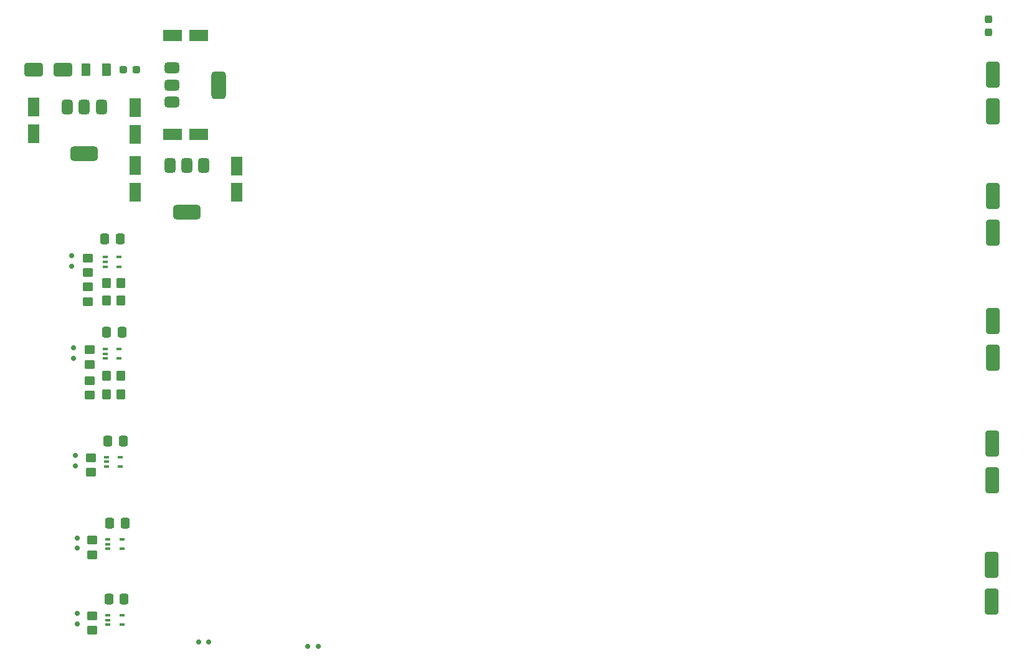
<source format=gbr>
%TF.GenerationSoftware,KiCad,Pcbnew,8.0.0-8.0.0-1~ubuntu20.04.1*%
%TF.CreationDate,2024-06-18T17:21:59-06:00*%
%TF.ProjectId,reactor,72656163-746f-4722-9e6b-696361645f70,rev?*%
%TF.SameCoordinates,Original*%
%TF.FileFunction,Paste,Top*%
%TF.FilePolarity,Positive*%
%FSLAX46Y46*%
G04 Gerber Fmt 4.6, Leading zero omitted, Abs format (unit mm)*
G04 Created by KiCad (PCBNEW 8.0.0-8.0.0-1~ubuntu20.04.1) date 2024-06-18 17:21:59*
%MOMM*%
%LPD*%
G01*
G04 APERTURE LIST*
G04 Aperture macros list*
%AMRoundRect*
0 Rectangle with rounded corners*
0 $1 Rounding radius*
0 $2 $3 $4 $5 $6 $7 $8 $9 X,Y pos of 4 corners*
0 Add a 4 corners polygon primitive as box body*
4,1,4,$2,$3,$4,$5,$6,$7,$8,$9,$2,$3,0*
0 Add four circle primitives for the rounded corners*
1,1,$1+$1,$2,$3*
1,1,$1+$1,$4,$5*
1,1,$1+$1,$6,$7*
1,1,$1+$1,$8,$9*
0 Add four rect primitives between the rounded corners*
20,1,$1+$1,$2,$3,$4,$5,0*
20,1,$1+$1,$4,$5,$6,$7,0*
20,1,$1+$1,$6,$7,$8,$9,0*
20,1,$1+$1,$8,$9,$2,$3,0*%
G04 Aperture macros list end*
%ADD10RoundRect,0.250000X0.650000X-1.500000X0.650000X1.500000X-0.650000X1.500000X-0.650000X-1.500000X0*%
%ADD11RoundRect,0.100000X-0.225000X-0.100000X0.225000X-0.100000X0.225000X0.100000X-0.225000X0.100000X0*%
%ADD12RoundRect,0.250000X-0.350000X-0.450000X0.350000X-0.450000X0.350000X0.450000X-0.350000X0.450000X0*%
%ADD13RoundRect,0.250000X-0.450000X0.350000X-0.450000X-0.350000X0.450000X-0.350000X0.450000X0.350000X0*%
%ADD14RoundRect,0.250000X-0.550000X1.050000X-0.550000X-1.050000X0.550000X-1.050000X0.550000X1.050000X0*%
%ADD15RoundRect,0.150000X-0.200000X0.150000X-0.200000X-0.150000X0.200000X-0.150000X0.200000X0.150000X0*%
%ADD16RoundRect,0.250000X0.337500X0.475000X-0.337500X0.475000X-0.337500X-0.475000X0.337500X-0.475000X0*%
%ADD17RoundRect,0.250000X0.375000X0.625000X-0.375000X0.625000X-0.375000X-0.625000X0.375000X-0.625000X0*%
%ADD18RoundRect,0.237500X0.237500X-0.287500X0.237500X0.287500X-0.237500X0.287500X-0.237500X-0.287500X0*%
%ADD19RoundRect,0.250000X1.050000X0.550000X-1.050000X0.550000X-1.050000X-0.550000X1.050000X-0.550000X0*%
%ADD20RoundRect,0.150000X0.150000X0.200000X-0.150000X0.200000X-0.150000X-0.200000X0.150000X-0.200000X0*%
%ADD21RoundRect,0.375000X-0.625000X-0.375000X0.625000X-0.375000X0.625000X0.375000X-0.625000X0.375000X0*%
%ADD22RoundRect,0.500000X-0.500000X-1.400000X0.500000X-1.400000X0.500000X1.400000X-0.500000X1.400000X0*%
%ADD23RoundRect,0.250000X0.550000X-1.050000X0.550000X1.050000X-0.550000X1.050000X-0.550000X-1.050000X0*%
%ADD24RoundRect,0.250000X0.450000X-0.350000X0.450000X0.350000X-0.450000X0.350000X-0.450000X-0.350000X0*%
%ADD25RoundRect,0.237500X-0.287500X-0.237500X0.287500X-0.237500X0.287500X0.237500X-0.287500X0.237500X0*%
%ADD26RoundRect,0.375000X-0.375000X0.625000X-0.375000X-0.625000X0.375000X-0.625000X0.375000X0.625000X0*%
%ADD27RoundRect,0.500000X-1.400000X0.500000X-1.400000X-0.500000X1.400000X-0.500000X1.400000X0.500000X0*%
%ADD28RoundRect,0.250000X-1.050000X-0.550000X1.050000X-0.550000X1.050000X0.550000X-1.050000X0.550000X0*%
%ADD29RoundRect,0.250000X-1.000000X-0.650000X1.000000X-0.650000X1.000000X0.650000X-1.000000X0.650000X0*%
G04 APERTURE END LIST*
D10*
%TO.C,D305*%
X234400000Y-113500000D03*
X234400000Y-108500000D03*
%TD*%
%TO.C,D304*%
X234500000Y-97000000D03*
X234500000Y-92000000D03*
%TD*%
%TO.C,D303*%
X234550000Y-80350000D03*
X234550000Y-75350000D03*
%TD*%
%TO.C,D302*%
X234550000Y-63325000D03*
X234550000Y-58325000D03*
%TD*%
%TO.C,D301*%
X234575000Y-46825000D03*
X234575000Y-41825000D03*
%TD*%
D11*
%TO.C,U203*%
X114065000Y-93847500D03*
X114065000Y-94497500D03*
X114065000Y-95147500D03*
X115965000Y-95147500D03*
X115965000Y-93847500D03*
%TD*%
D12*
%TO.C,R202*%
X114065000Y-72547500D03*
X116065000Y-72547500D03*
%TD*%
D13*
%TO.C,R207*%
X111765000Y-83447500D03*
X111765000Y-85447500D03*
%TD*%
D14*
%TO.C,C5*%
X117987500Y-54167500D03*
X117987500Y-57767500D03*
%TD*%
D15*
%TO.C,D204*%
X110065000Y-106247500D03*
X110065000Y-104847500D03*
%TD*%
D16*
%TO.C,C201*%
X115915000Y-64197500D03*
X113840000Y-64197500D03*
%TD*%
D17*
%TO.C,F1*%
X114067500Y-41100000D03*
X111267500Y-41100000D03*
%TD*%
D18*
%TO.C,D3*%
X233975000Y-36050000D03*
X233975000Y-34300000D03*
%TD*%
D16*
%TO.C,C204*%
X116602500Y-102847500D03*
X114527500Y-102847500D03*
%TD*%
D11*
%TO.C,U202*%
X113915000Y-79147500D03*
X113915000Y-79797500D03*
X113915000Y-80447500D03*
X115815000Y-80447500D03*
X115815000Y-79147500D03*
%TD*%
D19*
%TO.C,C4*%
X126617500Y-36500000D03*
X123017500Y-36500000D03*
%TD*%
D20*
%TO.C,D206*%
X126590000Y-119000000D03*
X127990000Y-119000000D03*
%TD*%
D14*
%TO.C,C1*%
X104167500Y-46250000D03*
X104167500Y-49850000D03*
%TD*%
D21*
%TO.C,U2*%
X123007500Y-40917500D03*
X123007500Y-43217500D03*
D22*
X129307500Y-43217500D03*
D21*
X123007500Y-45517500D03*
%TD*%
D23*
%TO.C,C2*%
X117967500Y-49900000D03*
X117967500Y-46300000D03*
%TD*%
D15*
%TO.C,D205*%
X110065000Y-116547500D03*
X110065000Y-115147500D03*
%TD*%
%TO.C,D202*%
X109565000Y-80397500D03*
X109565000Y-78997500D03*
%TD*%
D24*
%TO.C,R201*%
X111565000Y-68747500D03*
X111565000Y-66747500D03*
%TD*%
D25*
%TO.C,D1*%
X116367500Y-41100000D03*
X118117500Y-41100000D03*
%TD*%
D15*
%TO.C,D201*%
X109365000Y-67847500D03*
X109365000Y-66447500D03*
%TD*%
D20*
%TO.C,D207*%
X141450000Y-119650000D03*
X142850000Y-119650000D03*
%TD*%
D11*
%TO.C,U201*%
X113915000Y-66647500D03*
X113915000Y-67297500D03*
X113915000Y-67947500D03*
X115815000Y-67947500D03*
X115815000Y-66647500D03*
%TD*%
D26*
%TO.C,U3*%
X127300000Y-54180000D03*
X125000000Y-54180000D03*
D27*
X125000000Y-60480000D03*
D26*
X122700000Y-54180000D03*
%TD*%
D23*
%TO.C,C6*%
X131787500Y-57817500D03*
X131787500Y-54217500D03*
%TD*%
D16*
%TO.C,C205*%
X116465000Y-113147500D03*
X114390000Y-113147500D03*
%TD*%
D15*
%TO.C,D203*%
X109865000Y-95047500D03*
X109865000Y-93647500D03*
%TD*%
D16*
%TO.C,C203*%
X116365000Y-91647500D03*
X114290000Y-91647500D03*
%TD*%
D24*
%TO.C,R209*%
X111965000Y-95947500D03*
X111965000Y-93947500D03*
%TD*%
D11*
%TO.C,U205*%
X114265000Y-115372500D03*
X114265000Y-116022500D03*
X114265000Y-116672500D03*
X116165000Y-116672500D03*
X116165000Y-115372500D03*
%TD*%
D12*
%TO.C,R208*%
X114065000Y-82747500D03*
X116065000Y-82747500D03*
%TD*%
D24*
%TO.C,R210*%
X112165000Y-107147500D03*
X112165000Y-105147500D03*
%TD*%
D11*
%TO.C,U204*%
X114265000Y-105047500D03*
X114265000Y-105697500D03*
X114265000Y-106347500D03*
X116165000Y-106347500D03*
X116165000Y-105047500D03*
%TD*%
D12*
%TO.C,R206*%
X114065000Y-85347500D03*
X116065000Y-85347500D03*
%TD*%
D26*
%TO.C,U1*%
X113367500Y-46250000D03*
X111067500Y-46250000D03*
D27*
X111067500Y-52550000D03*
D26*
X108767500Y-46250000D03*
%TD*%
D28*
%TO.C,C3*%
X123017500Y-49900000D03*
X126617500Y-49900000D03*
%TD*%
D16*
%TO.C,C202*%
X116165000Y-76847500D03*
X114090000Y-76847500D03*
%TD*%
D24*
%TO.C,R211*%
X112165000Y-117447500D03*
X112165000Y-115447500D03*
%TD*%
D13*
%TO.C,R203*%
X111565000Y-70697500D03*
X111565000Y-72697500D03*
%TD*%
D24*
%TO.C,R205*%
X111765000Y-81247500D03*
X111765000Y-79247500D03*
%TD*%
D29*
%TO.C,D2*%
X104167500Y-41100000D03*
X108167500Y-41100000D03*
%TD*%
D12*
%TO.C,R204*%
X114065000Y-70197500D03*
X116065000Y-70197500D03*
%TD*%
M02*

</source>
